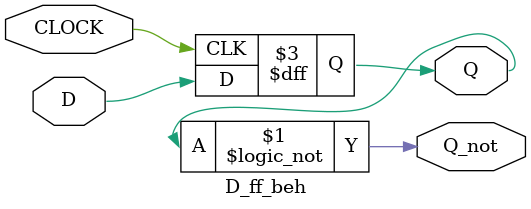
<source format=v>


/********************************************************************
 Title       : D_ff_beh.v	     		 
 Design      : A D-Type Flip-Flop 
 Author      : David J. Marion		     	
 Func. Check : None
 Information : This module contains a D Type Flip Flop
*********************************************************************/

module D_ff_beh(
	input CLOCK, 
	input D, 
	
	output Q,
	output Q_not

);	

wire CLOCK, D, Q_not;
reg  Q;

assign Q_not = !Q;

always@ (posedge CLOCK) begin
	Q <= D;
  end

endmodule	
</source>
